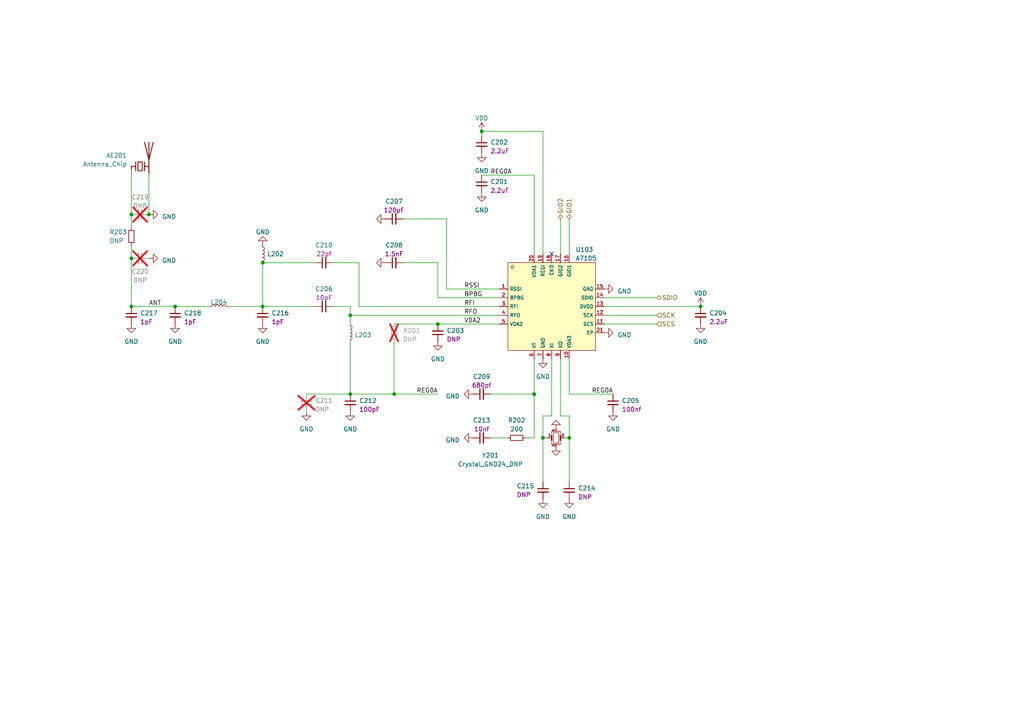
<source format=kicad_sch>
(kicad_sch (version 20230121) (generator eeschema)
  (paper "A4")
  (lib_symbols
    (symbol "Device:Antenna_Chip" (pin_numbers hide) (pin_names (offset 1.016) hide)
      (property "Reference" "AE" (at 0 5.08 0))
      (property "Value" "Antenna_Chip" (at 0 3.175 0))
      (symbol "Antenna_Chip_0_1"
        (polyline (pts (xy -2.54 0) (xy -2.54 -0.635)) (stroke (width 0.254)))
        (polyline (pts (xy -2.54 0) (xy -1.27 0)) (stroke (width 0.254)))
        (polyline (pts (xy 1.27 0) (xy 2.54 0)) (stroke (width 0.254)))
        (polyline (pts (xy 1.27 1.27) (xy 1.27 -1.27)) (stroke (width 0.254)))
        (polyline (pts (xy 2.54 -0.635) (xy 2.54 0)))
        (polyline (pts (xy 2.54 6.985) (xy 2.54 -1.905)) (stroke (width 0.254)))
        (polyline (pts (xy -1.27 1.27) (xy -1.27 -1.27) (xy -1.27 0)) (stroke (width 0.254)))
        (polyline (pts (xy 3.81 6.985) (xy 2.54 1.905) (xy 1.27 6.985)) (stroke (width 0.254)))
        (polyline (pts (xy -0.635 1.27) (xy 0.635 1.27) (xy 0.635 -1.27) (xy -0.635 -1.27) (xy -0.635 1.27)) (stroke (width 0.254)))
      )
      (symbol "Antenna_Chip_1_1"
        (pin input line (at -2.54 -2.54 90) (length 2.54) (name "FEED") (number "1"))
        (pin passive line (at 2.54 -2.54 90) (length 2.54) (name "PCB_Trace") (number "2"))
      )
    )
    (symbol "LCSC_Capacitor:C_0402_100nf_X7R" (pin_numbers hide) (pin_names (offset 0.254) hide) (in_bom no)
      (property "Reference" "C" (at 0.254 1.778 0))
      (property "Capacitance" "100nf" (at 0 0 0))
      (symbol "C_0402_100nf_X7R_0_1"
        (polyline (pts (xy -1.524 -0.508) (xy 1.524 -0.508)) (stroke (width 0.3302)))
        (polyline (pts (xy -1.524 0.508) (xy 1.524 0.508)) (stroke (width 0.3048)))
      )
      (symbol "C_0402_100nf_X7R_1_1"
        (pin passive line (at 0 2.54 270) (length 2.032) (name "~") (number "1"))
        (pin passive line (at 0 -2.54 90) (length 2.032) (name "~") (number "2"))
      )
    )
    (symbol "LCSC_Capacitor:C_0402_100p_C0G" (pin_numbers hide) (pin_names (offset 0.254) hide) (in_bom no)
      (property "Reference" "C" (at 0.254 1.778 0))
      (property "Capacitance" "100pF" (at 0 0 0))
      (symbol "C_0402_100p_C0G_0_1"
        (polyline (pts (xy -1.524 -0.508) (xy 1.524 -0.508)) (stroke (width 0.3302)))
        (polyline (pts (xy -1.524 0.508) (xy 1.524 0.508)) (stroke (width 0.3048)))
      )
      (symbol "C_0402_100p_C0G_1_1"
        (pin passive line (at 0 2.54 270) (length 2.032) (name "~") (number "1"))
        (pin passive line (at 0 -2.54 90) (length 2.032) (name "~") (number "2"))
      )
    )
    (symbol "LCSC_Capacitor:C_0402_10n_C0G" (pin_numbers hide) (pin_names (offset 0.254) hide) (in_bom no)
      (property "Reference" "C" (at 0.254 1.778 0))
      (property "Capacitance" "10nf" (at 0 0 0))
      (symbol "C_0402_10n_C0G_0_1"
        (polyline (pts (xy -1.524 -0.508) (xy 1.524 -0.508)) (stroke (width 0.3302)))
        (polyline (pts (xy -1.524 0.508) (xy 1.524 0.508)) (stroke (width 0.3048)))
      )
      (symbol "C_0402_10n_C0G_1_1"
        (pin passive line (at 0 2.54 270) (length 2.032) (name "~") (number "1"))
        (pin passive line (at 0 -2.54 90) (length 2.032) (name "~") (number "2"))
      )
    )
    (symbol "LCSC_Capacitor:C_0402_22p_C0G" (pin_numbers hide) (pin_names (offset 0.254) hide) (in_bom no)
      (property "Reference" "C" (at 0.254 1.778 0))
      (property "Capacitance" "22pf" (at 0 0 0))
      (symbol "C_0402_22p_C0G_0_1"
        (polyline (pts (xy -1.524 -0.508) (xy 1.524 -0.508)) (stroke (width 0.3302)))
        (polyline (pts (xy -1.524 0.508) (xy 1.524 0.508)) (stroke (width 0.3048)))
      )
      (symbol "C_0402_22p_C0G_1_1"
        (pin passive line (at 0 2.54 270) (length 2.032) (name "~") (number "1"))
        (pin passive line (at 0 -2.54 90) (length 2.032) (name "~") (number "2"))
      )
    )
    (symbol "LCSC_Capacitor:C_0402_2u2_X5R" (pin_numbers hide) (pin_names (offset 0.254) hide) (in_bom no)
      (property "Reference" "C" (at 0.254 1.778 0))
      (property "Capacitance" "2.2uF" (at 0 0 0))
      (symbol "C_0402_2u2_X5R_0_1"
        (polyline (pts (xy -1.524 -0.508) (xy 1.524 -0.508)) (stroke (width 0.3302)))
        (polyline (pts (xy -1.524 0.508) (xy 1.524 0.508)) (stroke (width 0.3048)))
      )
      (symbol "C_0402_2u2_X5R_1_1"
        (pin passive line (at 0 2.54 270) (length 2.032) (name "~") (number "1"))
        (pin passive line (at 0 -2.54 90) (length 2.032) (name "~") (number "2"))
      )
    )
    (symbol "LCSC_Capacitor:C_0402_DNP" (pin_numbers hide) (pin_names (offset 0.254) hide) (in_bom no)
      (property "Reference" "C" (at 0.254 1.778 0))
      (property "Capacitance" "DNP" (at 0 0 0))
      (symbol "C_0402_DNP_0_1"
        (polyline (pts (xy -1.524 -0.508) (xy 1.524 -0.508)) (stroke (width 0.3302)))
        (polyline (pts (xy -1.524 0.508) (xy 1.524 0.508)) (stroke (width 0.3048)))
      )
      (symbol "C_0402_DNP_1_1"
        (pin passive line (at 0 2.54 270) (length 2.032) (name "~") (number "1"))
        (pin passive line (at 0 -2.54 90) (length 2.032) (name "~") (number "2"))
      )
    )
    (symbol "LCSC_Crystal:Crystal_GND24_DNP" (pin_names (offset 1.016) hide) (in_bom no)
      (property "Reference" "Y" (at 1.27 4.445 0))
      (property "Value" "Crystal_GND24_DNP" (at 1.27 2.54 0))
      (symbol "Crystal_GND24_DNP_0_1"
        (rectangle (start -0.762 -1.524) (end 0.762 1.524))
        (polyline (pts (xy -1.27 -0.762) (xy -1.27 0.762)) (stroke (width 0.381)))
        (polyline (pts (xy 1.27 -0.762) (xy 1.27 0.762)) (stroke (width 0.381)))
        (polyline (pts (xy -1.27 -1.27) (xy -1.27 -1.905) (xy 1.27 -1.905) (xy 1.27 -1.27)))
        (polyline (pts (xy -1.27 1.27) (xy -1.27 1.905) (xy 1.27 1.905) (xy 1.27 1.27)))
      )
      (symbol "Crystal_GND24_DNP_1_1"
        (pin passive line (at -2.54 0 0) (length 1.27) (name "1") (number "1"))
        (pin passive line (at 0 -2.54 90) (length 0.635) (name "2") (number "2"))
        (pin passive line (at 2.54 0 180) (length 1.27) (name "3") (number "3"))
        (pin passive line (at 0 2.54 270) (length 0.635) (name "4") (number "4"))
      )
    )
    (symbol "LCSC_Inductor:L_0402_DNP" (pin_numbers hide) (pin_names (offset 0.254) hide) (in_bom no)
      (property "Reference" "L" (at 0.762 1.016 0))
      (symbol "L_0402_DNP_0_1"
        (arc (start 0 -2.032) (mid 0.5058 -1.524) (end 0 -1.016))
        (arc (start 0 -1.016) (mid 0.5058 -0.508) (end 0 0))
        (arc (start 0 0) (mid 0.5058 0.508) (end 0 1.016))
        (arc (start 0 1.016) (mid 0.5058 1.524) (end 0 2.032))
      )
      (symbol "L_0402_DNP_1_1"
        (pin passive line (at 0 2.54 270) (length 0.508) (name "~") (number "1"))
        (pin passive line (at 0 -2.54 90) (length 0.508) (name "~") (number "2"))
      )
    )
    (symbol "LCSC_RF_Transciever_ICs:A7105"
      (property "Reference" "U" (at 0 1.27 0))
      (property "Value" "A7105" (at 0 -2.54 0))
      (symbol "A7105_0_1"
        (rectangle (start -12.7 12.7) (end 12.7 -12.7) (fill (type background)))
        (circle (center -11.43 11.43) (radius 0.381) (fill (type background)))
        (pin output line (at -15.24 5.08 0) (length 2.54) (name "RSSI") (number "1"))
        (pin power_in line (at 5.08 -15.24 90) (length 2.54) (name "VDA3") (number "10"))
        (pin input line (at 15.24 -5.08 180) (length 2.54) (name "SCS") (number "11"))
        (pin input line (at 15.24 -2.54 180) (length 2.54) (name "SCK") (number "12"))
        (pin power_in line (at 15.24 0 180) (length 2.54) (name "DVDD") (number "13"))
        (pin bidirectional line (at 15.24 2.54 180) (length 2.54) (name "SDIO") (number "14"))
        (pin power_in line (at 15.24 5.08 180) (length 2.54) (name "GND") (number "15"))
        (pin bidirectional line (at 5.08 15.24 270) (length 2.54) (name "GIO1") (number "16"))
        (pin bidirectional line (at 2.54 15.24 270) (length 2.54) (name "GIO2") (number "17"))
        (pin output line (at 0 15.24 270) (length 2.54) (name "CKO") (number "18"))
        (pin power_in line (at -2.54 15.24 270) (length 2.54) (name "REGI") (number "19"))
        (pin power_out line (at -15.24 2.54 0) (length 2.54) (name "BPBG") (number "2"))
        (pin bidirectional line (at -5.08 15.24 270) (length 2.54) (name "VDA1") (number "20"))
        (pin power_in line (at 15.24 -7.62 180) (length 2.54) (name "EP") (number "21"))
        (pin power_in line (at -15.24 0 0) (length 2.54) (name "RFI") (number "3"))
        (pin power_out line (at -15.24 -2.54 0) (length 2.54) (name "RFO") (number "4"))
        (pin bidirectional line (at -15.24 -5.08 0) (length 2.54) (name "VDA2") (number "5"))
        (pin input line (at -5.08 -15.24 90) (length 2.54) (name "VT") (number "6"))
        (pin power_in line (at -2.54 -15.24 90) (length 2.54) (name "GND") (number "7"))
        (pin input line (at 0 -15.24 90) (length 2.54) (name "XI") (number "8"))
        (pin output line (at 2.54 -15.24 90) (length 2.54) (name "XO") (number "9"))
      )
    )
    (symbol "LCSC_Resistor:R_0402_DNP" (pin_numbers hide) (pin_names (offset 0.254) hide) (in_bom no)
      (property "Reference" "R" (at 0.762 0.508 0))
      (property "Value" "R_0402_DNP" (at 0.762 -1.016 0))
      (symbol "R_0402_DNP_0_1"
        (rectangle (start -0.762 1.778) (end 0.762 -1.778) (stroke (width 0.2032)))
      )
      (symbol "R_0402_DNP_1_1"
        (pin passive line (at 0 2.54 270) (length 0.762) (name "~") (number "1"))
        (pin passive line (at 0 -2.54 90) (length 0.762) (name "~") (number "2"))
      )
    )
    (symbol "power:GND" (power) (pin_names (offset 0))
      (property "Value" "GND" (at 0 -3.81 0))
      (symbol "GND_0_1"
        (polyline (pts (xy 0 0) (xy 0 -1.27) (xy 1.27 -1.27) (xy 0 -2.54) (xy -1.27 -1.27) (xy 0 -1.27)))
      )
      (symbol "GND_1_1"
        (pin power_in line (at 0 0 270) (length 0) hide (name "GND") (number "1"))
      )
    )
    (symbol "power:VDD" (power) (pin_names (offset 0))
      (property "Value" "VDD" (at 0 3.81 0))
      (symbol "VDD_0_1"
        (polyline (pts (xy -0.762 1.27) (xy 0 2.54)))
        (polyline (pts (xy 0 0) (xy 0 2.54)))
        (polyline (pts (xy 0 2.54) (xy 0.762 1.27)))
      )
      (symbol "VDD_1_1"
        (pin power_in line (at 0 0 90) (length 0) hide (name "VDD") (number "1"))
      )
    )
  )
  (junction (at 38.1 62.23))
  (junction (at 38.1 88.9))
  (junction (at 154.94 114.3))
  (junction (at 43.18 62.23))
  (junction (at 101.6 114.3))
  (junction (at 101.6 91.44))
  (junction (at 157.48 127))
  (junction (at 139.7 38.1))
  (junction (at 127 93.98))
  (junction (at 165.1 127))
  (junction (at 76.2 88.9))
  (junction (at 76.2 76.2))
  (junction (at 50.8 88.9))
  (junction (at 114.3 114.3))
  (junction (at 38.1 74.93))
  (junction (at 203.2 88.9))
  (no_connect (at 160.02 73.66))
  (wire (pts (xy 175.26 88.9) (xy 203.2 88.9)))
  (wire (pts (xy 76.2 76.2) (xy 76.2 88.9)))
  (wire (pts (xy 127 93.98) (xy 144.78 93.98)))
  (wire (pts (xy 104.14 76.2) (xy 104.14 88.9)))
  (wire (pts (xy 50.8 88.9) (xy 60.96 88.9)))
  (wire (pts (xy 129.54 83.82) (xy 129.54 63.5)))
  (wire (pts (xy 101.6 99.06) (xy 101.6 114.3)))
  (wire (pts (xy 139.7 50.8) (xy 154.94 50.8)))
  (wire (pts (xy 114.3 114.3) (xy 127 114.3)))
  (wire (pts (xy 38.1 74.93) (xy 38.1 88.9)))
  (wire (pts (xy 162.56 63.5) (xy 162.56 73.66)))
  (wire (pts (xy 88.9 114.3) (xy 101.6 114.3)))
  (wire (pts (xy 38.1 50.8) (xy 38.1 62.23)))
  (wire (pts (xy 101.6 114.3) (xy 114.3 114.3)))
  (wire (pts (xy 162.56 104.14) (xy 162.56 120.65)))
  (wire (pts (xy 165.1 63.5) (xy 165.1 73.66)))
  (wire (pts (xy 144.78 91.44) (xy 101.6 91.44)))
  (wire (pts (xy 154.94 114.3) (xy 154.94 127)))
  (wire (pts (xy 76.2 76.2) (xy 91.44 76.2)))
  (wire (pts (xy 160.02 104.14) (xy 160.02 120.65)))
  (wire (pts (xy 154.94 114.3) (xy 154.94 104.14)))
  (wire (pts (xy 114.3 99.06) (xy 114.3 114.3)))
  (wire (pts (xy 139.7 38.1) (xy 157.48 38.1)))
  (wire (pts (xy 144.78 83.82) (xy 129.54 83.82)))
  (wire (pts (xy 144.78 86.36) (xy 127 86.36)))
  (wire (pts (xy 101.6 88.9) (xy 96.52 88.9)))
  (wire (pts (xy 165.1 114.3) (xy 165.1 104.14)))
  (wire (pts (xy 160.02 120.65) (xy 157.48 120.65)))
  (wire (pts (xy 175.26 93.98) (xy 190.5 93.98)))
  (wire (pts (xy 38.1 71.12) (xy 38.1 74.93)))
  (wire (pts (xy 66.04 88.9) (xy 76.2 88.9)))
  (wire (pts (xy 175.26 86.36) (xy 190.5 86.36)))
  (wire (pts (xy 43.18 50.8) (xy 43.18 62.23)))
  (wire (pts (xy 76.2 88.9) (xy 91.44 88.9)))
  (wire (pts (xy 154.94 50.8) (xy 154.94 73.66)))
  (wire (pts (xy 142.24 114.3) (xy 154.94 114.3)))
  (wire (pts (xy 114.3 93.98) (xy 127 93.98)))
  (wire (pts (xy 157.48 127) (xy 158.75 127)))
  (wire (pts (xy 165.1 139.7) (xy 165.1 127)))
  (wire (pts (xy 129.54 63.5) (xy 116.84 63.5)))
  (wire (pts (xy 116.84 76.2) (xy 127 76.2)))
  (wire (pts (xy 104.14 88.9) (xy 144.78 88.9)))
  (wire (pts (xy 101.6 91.44) (xy 101.6 93.98)))
  (wire (pts (xy 96.52 76.2) (xy 104.14 76.2)))
  (wire (pts (xy 139.7 39.37) (xy 139.7 38.1)))
  (wire (pts (xy 162.56 120.65) (xy 165.1 120.65)))
  (wire (pts (xy 157.48 38.1) (xy 157.48 73.66)))
  (wire (pts (xy 101.6 91.44) (xy 101.6 88.9)))
  (wire (pts (xy 38.1 88.9) (xy 50.8 88.9)))
  (wire (pts (xy 142.24 127) (xy 147.32 127)))
  (wire (pts (xy 154.94 127) (xy 152.4 127)))
  (wire (pts (xy 127 76.2) (xy 127 86.36)))
  (wire (pts (xy 165.1 127) (xy 163.83 127)))
  (wire (pts (xy 157.48 120.65) (xy 157.48 127)))
  (wire (pts (xy 165.1 120.65) (xy 165.1 127)))
  (wire (pts (xy 38.1 62.23) (xy 38.1 66.04)))
  (wire (pts (xy 157.48 139.7) (xy 157.48 127)))
  (wire (pts (xy 177.8 114.3) (xy 165.1 114.3)))
  (wire (pts (xy 175.26 91.44) (xy 190.5 91.44)))
  (label "RFO" (at 134.62 91.44 0))
  (label "REG0A" (at 177.8 114.3 180))
  (label "REG0A" (at 127 114.3 180))
  (label "RFI" (at 134.62 88.9 0))
  (label "VDA2" (at 134.62 93.98 0))
  (label "BPBG" (at 134.62 86.36 0))
  (label "ANT" (at 43.18 88.9 0))
  (label "REG0A" (at 142.24 50.8 0))
  (label "RSSI" (at 134.62 83.82 0))
  (hierarchical_label "SCS" (shape input) (at 190.5 93.98 0))
  (hierarchical_label "GIO2" (shape bidirectional) (at 162.56 63.5 90))
  (hierarchical_label "SDIO" (shape bidirectional) (at 190.5 86.36 0))
  (hierarchical_label "SCK" (shape input) (at 190.5 91.44 0))
  (hierarchical_label "GIO1" (shape bidirectional) (at 165.1 63.5 90))
  (symbol (lib_id "LCSC_Capacitor:C_0402_DNP") (at 88.9 116.84 180) (unit 1) (in_bom no) (dnp yes)
    (property "Reference" "C211" (at 91.44 116.1986 0) (effects (justify right)))
    (property "Value" "C_0402_DNP" (effects hide))
    (property "Footprint" "Capacitor_SMD:C_0402_1005Metric" (effects hide))
    (property "Capacitance" "DNP" (at 91.44 118.7386 0) (effects (justify right)))
  )
  (symbol (lib_id "power:GND") (at 101.6 119.38 0) (unit 1)
    (property "Reference" "#PWR0216" (effects hide))
    (property "Value" "GND" (at 101.6 124.46 0))
  )
  (symbol (lib_id "LCSC_Crystal:Crystal_GND24_DNP") (at 161.29 127 0) (unit 1) (in_bom no)
    (property "Reference" "Y201" (at 142.24 132.08 0))
    (property "Value" "Crystal_GND24_DNP" (at 142.24 134.62 0))
    (property "Footprint" "Crystal:Crystal_SMD_3225-4Pin_3.2x2.5mm" (effects hide))
  )
  (symbol (lib_id "LCSC_Capacitor:C_0402_DNP") (at 50.8 91.44 0) (unit 1)
    (property "Reference" "C218" (at 53.34 90.8113 0) (effects (justify left)))
    (property "Value" "C_0402_DNP" (effects hide))
    (property "Footprint" "Capacitor_SMD:C_0402_1005Metric" (effects hide))
    (property "Capacitance" "1pF" (at 53.34 93.3513 0) (effects (justify left)))
  )
  (symbol (lib_id "power:GND") (at 165.1 144.78 0) (unit 1)
    (property "Reference" "#PWR0214" (effects hide))
    (property "Value" "GND" (at 165.1 149.86 0))
  )
  (symbol (lib_id "power:VDD") (at 139.7 38.1 0) (unit 1)
    (property "Reference" "#PWR0202" (effects hide))
    (property "Value" "VDD" (at 139.7 34.29 0))
  )
  (symbol (lib_id "LCSC_Capacitor:C_0402_DNP") (at 40.64 62.23 270) (unit 1) (in_bom no) (dnp yes)
    (property "Reference" "C219" (at 40.6336 57.15 90))
    (property "Value" "C_0402_DNP" (effects hide))
    (property "Footprint" "Capacitor_SMD:C_0402_1005Metric" (effects hide))
    (property "Capacitance" "DNP" (at 40.6336 59.69 90))
  )
  (symbol (lib_id "LCSC_Resistor:R_0402_DNP") (at 149.86 127 90) (unit 1) (in_bom no)
    (property "Reference" "R202" (at 149.86 121.92 90))
    (property "Value" "200" (at 149.86 124.46 90))
    (property "Footprint" "Resistor_SMD:R_0402_1005Metric" (effects hide))
  )
  (symbol (lib_id "LCSC_RF_Transciever_ICs:A7105") (at 160.02 88.9 0) (unit 1)
    (property "Reference" "U103" (at 166.9209 72.39 0) (effects (justify left)))
    (property "Value" "A7105" (at 166.9209 74.93 0) (effects (justify left)))
    (property "Footprint" "Package_DFN_QFN:QFN-20-1EP_4x4mm_P0.5mm_EP2.5x2.5mm" (effects hide))
    (property "Datasheet" "http://files.banggood.com/A7105%20Datasheet%20v1.4.pdf" (effects hide))
    (property "LCSC" "C126376" (effects hide))
    (property "Frequency" "2.4GHz" (effects hide))
    (instances (project "PCBot" (path "" (reference "U103") (unit 1)) (path "" (reference "U201") (unit 1))))
  )
  (symbol (lib_id "power:GND") (at 137.16 114.3 270) (unit 1)
    (property "Reference" "#PWR0209" (effects hide))
    (property "Value" "GND" (at 133.35 114.935 90) (effects (justify right)))
  )
  (symbol (lib_id "power:VDD") (at 203.2 88.9 0) (unit 1)
    (property "Reference" "#PWR0224" (effects hide))
    (property "Value" "VDD" (at 203.2 85.09 0))
  )
  (symbol (lib_id "LCSC_Capacitor:C_0402_2u2_X5R") (at 139.7 53.34 0) (unit 1)
    (property "Reference" "C201" (at 142.24 52.7113 0) (effects (justify left)))
    (property "Value" "C_0402_2u2_X5R" (effects hide))
    (property "Footprint" "Capacitor_SMD:C_0402_1005Metric" (effects hide))
    (property "Datasheet" "https://datasheet.lcsc.com/lcsc/1912111437_Murata-Electronics-GRM155R61E225KE11D_C385032.pdf" (effects hide))
    (property "Capacitance" "2.2uF" (at 142.24 55.2513 0) (effects (justify left)))
    (property "LCSC" "C385032" (effects hide))
    (property "MPN" "GRM155R61E225KE11D" (effects hide))
    (property "Voltage" "25V" (effects hide))
    (property "Tolerance" "10%" (effects hide))
    (property "Temperature" "X5R" (effects hide))
  )
  (symbol (lib_id "LCSC_Capacitor:C_0402_DNP") (at 114.3 63.5 90) (unit 1) (in_bom no)
    (property "Reference" "C207" (at 114.3063 58.42 90))
    (property "Value" "C_0402_DNP" (effects hide))
    (property "Footprint" "Capacitor_SMD:C_0402_1005Metric" (effects hide))
    (property "Capacitance" "120pF" (at 114.3063 60.96 90))
  )
  (symbol (lib_id "LCSC_Capacitor:C_0402_100nf_X7R") (at 177.8 116.84 0) (unit 1)
    (property "Reference" "C205" (at 180.34 116.2113 0) (effects (justify left)))
    (property "Value" "C_0402_100nf_X7R" (effects hide))
    (property "Footprint" "Capacitor_SMD:C_0402_1005Metric" (effects hide))
    (property "Datasheet" "https://datasheet.lcsc.com/lcsc/1811141731_FH--Guangdong-Fenghua-Advanced-Tech-0402B104K500NT_C110251.pdf" (effects hide))
    (property "MPN" "0402B104K500NT" (effects hide))
    (property "LCSC" "C110251" (effects hide))
    (property "Capacitance" "100nf" (at 180.34 118.7513 0) (effects (justify left)))
    (property "Voltage" "50V" (effects hide))
    (property "Temperature" "X7R" (effects hide))
  )
  (symbol (lib_id "LCSC_Capacitor:C_0402_100p_C0G") (at 101.6 116.84 0) (unit 1)
    (property "Reference" "C212" (at 104.14 116.2113 0) (effects (justify left)))
    (property "Value" "C_0402_100p_C0G" (effects hide))
    (property "Footprint" "Capacitor_SMD:C_0402_1005Metric" (effects hide))
    (property "Datasheet" "https://datasheet.lcsc.com/lcsc/2009181536_Murata-Electronics-GRT1555C1H101JA02D_C711072.pdf" (effects hide))
    (property "Capacitance" "100pF" (at 104.14 118.7513 0) (effects (justify left)))
    (property "LCSC" "C711072" (effects hide))
    (property "MPN" "GRT1555C1H101JA02D" (effects hide))
    (property "Voltage" "50V" (effects hide))
    (property "Tolerance" "5%" (effects hide))
    (property "Temperature" "C0G" (effects hide))
  )
  (symbol (lib_id "power:GND") (at 139.7 55.88 0) (unit 1)
    (property "Reference" "#PWR0201" (effects hide))
    (property "Value" "GND" (at 139.7 60.96 0))
  )
  (symbol (lib_id "power:GND") (at 50.8 93.98 0) (unit 1)
    (property "Reference" "#PWR0222" (effects hide))
    (property "Value" "GND" (at 50.8 99.06 0))
  )
  (symbol (lib_id "power:GND") (at 111.76 63.5 270) (unit 1)
    (property "Reference" "#PWR0220" (effects hide))
    (property "Value" "GND" (effects hide))
  )
  (symbol (lib_id "LCSC_Inductor:L_0402_DNP") (at 101.6 96.52 0) (unit 1) (in_bom no)
    (property "Reference" "L203" (at 102.87 97.155 0) (effects (justify left)))
    (property "Value" "L_0402_DNP" (effects hide))
    (property "Footprint" "Inductor_SMD:L_0402_1005Metric" (effects hide))
  )
  (symbol (lib_id "power:GND") (at 111.76 76.2 270) (unit 1)
    (property "Reference" "#PWR0219" (effects hide))
    (property "Value" "GND" (effects hide))
  )
  (symbol (lib_id "LCSC_Inductor:L_0402_DNP") (at 76.2 73.66 0) (unit 1) (in_bom no)
    (property "Reference" "L202" (at 77.47 73.66 0) (effects (justify left)))
    (property "Value" "L_0402_DNP" (effects hide))
    (property "Footprint" "Inductor_SMD:L_0402_1005Metric" (effects hide))
  )
  (symbol (lib_id "power:GND") (at 177.8 119.38 0) (unit 1)
    (property "Reference" "#PWR0207" (effects hide))
    (property "Value" "GND" (at 177.8 124.46 0))
  )
  (symbol (lib_id "LCSC_Capacitor:C_0402_DNP") (at 127 96.52 180) (unit 1) (in_bom no)
    (property "Reference" "C203" (at 129.54 95.8786 0) (effects (justify right)))
    (property "Value" "C_0402_DNP" (effects hide))
    (property "Footprint" "Capacitor_SMD:C_0402_1005Metric" (effects hide))
    (property "Capacitance" "DNP" (at 129.54 98.4186 0) (effects (justify right)))
  )
  (symbol (lib_id "power:GND") (at 161.29 129.54 0) (unit 1)
    (property "Reference" "#PWR0212" (effects hide))
    (property "Value" "GND" (effects hide))
  )
  (symbol (lib_id "LCSC_Capacitor:C_0402_DNP") (at 114.3 76.2 90) (unit 1) (in_bom no)
    (property "Reference" "C208" (at 114.3063 71.12 90))
    (property "Value" "C_0402_DNP" (effects hide))
    (property "Footprint" "Capacitor_SMD:C_0402_1005Metric" (effects hide))
    (property "Capacitance" "1.5nF" (at 114.3063 73.66 90))
  )
  (symbol (lib_id "LCSC_Capacitor:C_0402_DNP") (at 139.7 114.3 90) (unit 1) (in_bom no)
    (property "Reference" "C209" (at 139.7063 109.22 90))
    (property "Value" "C_0402_DNP" (effects hide))
    (property "Footprint" "Capacitor_SMD:C_0402_1005Metric" (effects hide))
    (property "Capacitance" "680pf" (at 139.7063 111.76 90))
  )
  (symbol (lib_id "power:GND") (at 161.29 124.46 180) (unit 1)
    (property "Reference" "#PWR0211" (effects hide))
    (property "Value" "GND" (effects hide))
  )
  (symbol (lib_id "power:GND") (at 157.48 144.78 0) (unit 1)
    (property "Reference" "#PWR0213" (effects hide))
    (property "Value" "GND" (at 157.48 149.86 0))
  )
  (symbol (lib_id "power:GND") (at 76.2 71.12 180) (unit 1)
    (property "Reference" "#PWR0218" (effects hide))
    (property "Value" "GND" (at 76.2 67.31 0))
  )
  (symbol (lib_id "LCSC_Capacitor:C_0402_10n_C0G") (at 139.7 127 90) (unit 1)
    (property "Reference" "C213" (at 139.7063 121.92 90))
    (property "Value" "C_0402_10n_C0G" (effects hide))
    (property "Footprint" "Capacitor_SMD:C_0402_1005Metric" (effects hide))
    (property "Datasheet" "https://datasheet.lcsc.com/lcsc/2107290630_Murata-Electronics-GRM1555CYA103JE01D_C1518210.pdf" (effects hide))
    (property "Capacitance" "10nf" (at 139.7063 124.46 90))
    (property "LCSC" "C1518210" (effects hide))
    (property "MPN" "GRM1555CYA103JE01D" (effects hide))
    (property "Voltage" "35V" (effects hide))
    (property "Tolerance" "±5%" (effects hide))
    (property "Temperature" "C0G" (effects hide))
  )
  (symbol (lib_id "LCSC_Capacitor:C_0402_2u2_X5R") (at 203.2 91.44 0) (unit 1)
    (property "Reference" "C204" (at 205.74 90.8113 0) (effects (justify left)))
    (property "Value" "C_0402_2u2_X5R" (effects hide))
    (property "Footprint" "Capacitor_SMD:C_0402_1005Metric" (effects hide))
    (property "Datasheet" "https://datasheet.lcsc.com/lcsc/1912111437_Murata-Electronics-GRM155R61E225KE11D_C385032.pdf" (effects hide))
    (property "Capacitance" "2.2uF" (at 205.74 93.3513 0) (effects (justify left)))
    (property "LCSC" "C385032" (effects hide))
    (property "MPN" "GRM155R61E225KE11D" (effects hide))
    (property "Voltage" "25V" (effects hide))
    (property "Tolerance" "10%" (effects hide))
    (property "Temperature" "X5R" (effects hide))
  )
  (symbol (lib_id "power:GND") (at 203.2 93.98 0) (unit 1)
    (property "Reference" "#PWR0205" (effects hide))
    (property "Value" "GND" (at 203.2 99.06 0))
  )
  (symbol (lib_id "power:GND") (at 127 99.06 0) (unit 1)
    (property "Reference" "#PWR0215" (effects hide))
    (property "Value" "GND" (at 127 104.14 0))
  )
  (symbol (lib_id "LCSC_Capacitor:C_0402_DNP") (at 165.1 142.24 0) (unit 1) (in_bom no)
    (property "Reference" "C214" (at 167.64 141.6113 0) (effects (justify left)))
    (property "Value" "C_0402_DNP" (effects hide))
    (property "Footprint" "Capacitor_SMD:C_0402_1005Metric" (effects hide))
    (property "Capacitance" "DNP" (at 167.64 144.1513 0) (effects (justify left)))
  )
  (symbol (lib_id "power:GND") (at 43.18 74.93 90) (unit 1)
    (property "Reference" "#PWR0225" (effects hide))
    (property "Value" "GND" (at 46.99 75.565 90) (effects (justify right)))
  )
  (symbol (lib_id "power:GND") (at 139.7 44.45 0) (unit 1)
    (property "Reference" "#PWR0203" (effects hide))
    (property "Value" "GND" (at 139.7 49.53 0))
  )
  (symbol (lib_id "power:GND") (at 137.16 127 270) (unit 1)
    (property "Reference" "#PWR0208" (effects hide))
    (property "Value" "GND" (at 133.35 127.635 90) (effects (justify right)))
  )
  (symbol (lib_id "LCSC_Resistor:R_0402_DNP") (at 38.1 68.58 180) (unit 1) (in_bom no)
    (property "Reference" "R203" (at 31.75 67.31 0) (effects (justify right)))
    (property "Value" "DNP" (at 31.75 69.85 0) (effects (justify right)))
    (property "Footprint" "Resistor_SMD:R_0402_1005Metric" (effects hide))
  )
  (symbol (lib_id "LCSC_Capacitor:C_0402_DNP") (at 38.1 91.44 0) (unit 1)
    (property "Reference" "C217" (at 40.64 90.8113 0) (effects (justify left)))
    (property "Value" "C_0402_DNP" (effects hide))
    (property "Footprint" "Capacitor_SMD:C_0402_1005Metric" (effects hide))
    (property "Capacitance" "1pF" (at 40.64 93.3513 0) (effects (justify left)))
  )
  (symbol (lib_id "LCSC_Capacitor:C_0402_DNP") (at 157.48 142.24 0) (unit 1) (in_bom no)
    (property "Reference" "C215" (at 149.86 140.97 0) (effects (justify left)))
    (property "Value" "C_0402_DNP" (effects hide))
    (property "Footprint" "Capacitor_SMD:C_0402_1005Metric" (effects hide))
    (property "Capacitance" "DNP" (at 149.86 143.51 0) (effects (justify left)))
  )
  (symbol (lib_id "LCSC_Resistor:R_0402_DNP") (at 114.3 96.52 180) (unit 1) (in_bom no) (dnp yes)
    (property "Reference" "R201" (at 116.84 95.885 0) (effects (justify right)))
    (property "Value" "DNP" (at 116.84 98.425 0) (effects (justify right)))
    (property "Footprint" "Resistor_SMD:R_0402_1005Metric" (effects hide))
  )
  (symbol (lib_id "LCSC_Capacitor:C_0402_2u2_X5R") (at 139.7 41.91 0) (unit 1)
    (property "Reference" "C202" (at 142.24 41.2813 0) (effects (justify left)))
    (property "Value" "C_0402_2u2_X5R" (effects hide))
    (property "Footprint" "Capacitor_SMD:C_0402_1005Metric" (effects hide))
    (property "Datasheet" "https://datasheet.lcsc.com/lcsc/1912111437_Murata-Electronics-GRM155R61E225KE11D_C385032.pdf" (effects hide))
    (property "Capacitance" "2.2uF" (at 142.24 43.8213 0) (effects (justify left)))
    (property "LCSC" "C385032" (effects hide))
    (property "MPN" "GRM155R61E225KE11D" (effects hide))
    (property "Voltage" "25V" (effects hide))
    (property "Tolerance" "10%" (effects hide))
    (property "Temperature" "X5R" (effects hide))
  )
  (symbol (lib_id "power:GND") (at 157.48 104.14 0) (unit 1)
    (property "Reference" "#PWR0210" (effects hide))
    (property "Value" "GND" (at 157.48 109.22 0))
  )
  (symbol (lib_id "power:GND") (at 43.18 62.23 90) (unit 1)
    (property "Reference" "#PWR0226" (effects hide))
    (property "Value" "GND" (at 46.99 62.865 90) (effects (justify right)))
  )
  (symbol (lib_id "power:GND") (at 38.1 93.98 0) (unit 1)
    (property "Reference" "#PWR0223" (effects hide))
    (property "Value" "GND" (at 38.1 99.06 0))
  )
  (symbol (lib_id "power:GND") (at 88.9 119.38 0) (unit 1)
    (property "Reference" "#PWR0217" (effects hide))
    (property "Value" "GND" (at 88.9 124.46 0))
  )
  (symbol (lib_id "LCSC_Capacitor:C_0402_DNP") (at 40.64 74.93 270) (unit 1) (in_bom no) (dnp yes)
    (property "Reference" "C220" (at 40.6336 78.74 90))
    (property "Value" "C_0402_DNP" (effects hide))
    (property "Footprint" "Capacitor_SMD:C_0402_1005Metric" (effects hide))
    (property "Capacitance" "DNP" (at 40.6336 81.28 90))
  )
  (symbol (lib_id "LCSC_Capacitor:C_0402_DNP") (at 93.98 88.9 270) (unit 1)
    (property "Reference" "C206" (at 93.9736 83.82 90))
    (property "Value" "C_0402_DNP" (effects hide))
    (property "Footprint" "Capacitor_SMD:C_0402_1005Metric" (effects hide))
    (property "Capacitance" "10pF" (at 93.9736 86.36 90))
  )
  (symbol (lib_id "Device:Antenna_Chip") (at 40.64 48.26 0) (unit 1)
    (property "Reference" "AE201" (at 36.83 45.085 0) (effects (justify right)))
    (property "Value" "Antenna_Chip" (at 36.83 47.625 0) (effects (justify right)))
    (property "Footprint" "RF_Antenna:Texas_SWRA117D_2.4GHz_Left" (effects hide))
  )
  (symbol (lib_id "power:GND") (at 175.26 83.82 90) (unit 1)
    (property "Reference" "#PWR0204" (effects hide))
    (property "Value" "GND" (at 179.07 84.455 90) (effects (justify right)))
  )
  (symbol (lib_id "LCSC_Capacitor:C_0402_DNP") (at 76.2 91.44 0) (unit 1)
    (property "Reference" "C216" (at 78.74 90.8113 0) (effects (justify left)))
    (property "Value" "C_0402_DNP" (effects hide))
    (property "Footprint" "Capacitor_SMD:C_0402_1005Metric" (effects hide))
    (property "Capacitance" "1pF" (at 78.74 93.3513 0) (effects (justify left)))
  )
  (symbol (lib_id "LCSC_Inductor:L_0402_DNP") (at 63.5 88.9 90) (unit 1) (in_bom no)
    (property "Reference" "L204" (at 63.5 87.63 90))
    (property "Value" "L_0402_DNP" (effects hide))
    (property "Footprint" "Inductor_SMD:L_0402_1005Metric" (effects hide))
  )
  (symbol (lib_id "LCSC_Capacitor:C_0402_22p_C0G") (at 93.98 76.2 90) (unit 1)
    (property "Reference" "C210" (at 93.9863 71.12 90))
    (property "Value" "C_0402_22p_C0G" (effects hide))
    (property "Footprint" "Capacitor_SMD:C_0402_1005Metric" (effects hide))
    (property "Datasheet" "https://datasheet.lcsc.com/lcsc/1811081530_Murata-Electronics-GJM1555C1H220GB01D_C161315.pdf" (effects hide))
    (property "Capacitance" "22pf" (at 93.9863 73.66 90))
    (property "LCSC" "C161315" (effects hide))
    (property "MPN" "GJM1555C1H220GB01D" (effects hide))
    (property "Voltage" "50V" (effects hide))
    (property "Tolerance" "2%" (effects hide))
    (property "Temperature" "C0G" (effects hide))
  )
  (symbol (lib_id "power:GND") (at 76.2 93.98 0) (unit 1)
    (property "Reference" "#PWR0221" (effects hide))
    (property "Value" "GND" (at 76.2 99.06 0))
  )
  (symbol (lib_id "power:GND") (at 175.26 96.52 90) (unit 1)
    (property "Reference" "#PWR0206" (effects hide))
    (property "Value" "GND" (at 179.07 97.155 90) (effects (justify right)))
  )
)
</source>
